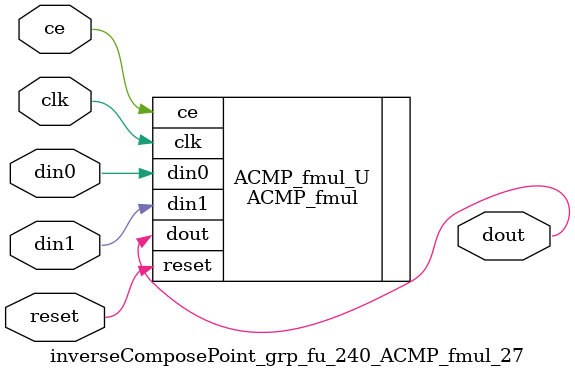
<source format=v>

`timescale 1 ns / 1 ps
module inverseComposePoint_grp_fu_240_ACMP_fmul_27(
    clk,
    reset,
    ce,
    din0,
    din1,
    dout);

parameter ID = 32'd1;
parameter NUM_STAGE = 32'd1;
parameter din0_WIDTH = 32'd1;
parameter din1_WIDTH = 32'd1;
parameter dout_WIDTH = 32'd1;
input clk;
input reset;
input ce;
input[din0_WIDTH - 1:0] din0;
input[din1_WIDTH - 1:0] din1;
output[dout_WIDTH - 1:0] dout;



ACMP_fmul #(
.ID( ID ),
.NUM_STAGE( 4 ),
.din0_WIDTH( din0_WIDTH ),
.din1_WIDTH( din1_WIDTH ),
.dout_WIDTH( dout_WIDTH ))
ACMP_fmul_U(
    .clk( clk ),
    .reset( reset ),
    .ce( ce ),
    .din0( din0 ),
    .din1( din1 ),
    .dout( dout ));

endmodule

</source>
